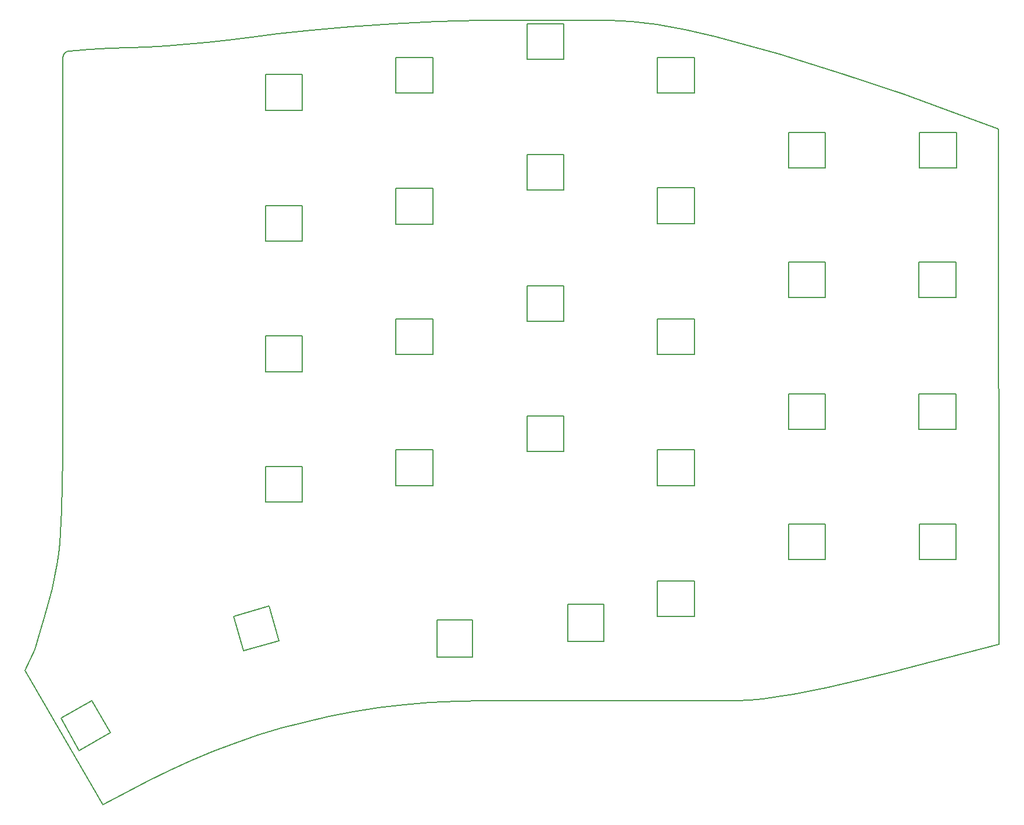
<source format=gm1>
G04 #@! TF.GenerationSoftware,KiCad,Pcbnew,(6.0.10)*
G04 #@! TF.CreationDate,2023-01-19T22:05:10+01:00*
G04 #@! TF.ProjectId,SofleKeyboard,536f666c-654b-4657-9962-6f6172642e6b,rev?*
G04 #@! TF.SameCoordinates,Original*
G04 #@! TF.FileFunction,Profile,NP*
%FSLAX46Y46*%
G04 Gerber Fmt 4.6, Leading zero omitted, Abs format (unit mm)*
G04 Created by KiCad (PCBNEW (6.0.10)) date 2023-01-19 22:05:10*
%MOMM*%
%LPD*%
G01*
G04 APERTURE LIST*
G04 #@! TA.AperFunction,Profile*
%ADD10C,0.200000*%
G04 #@! TD*
G04 #@! TA.AperFunction,Profile*
%ADD11C,0.150000*%
G04 #@! TD*
G04 APERTURE END LIST*
D10*
X171160668Y-33746143D02*
X174856854Y-34220078D01*
X178957844Y-34981704D01*
X183365860Y-35983537D01*
X192711865Y-38517893D01*
X202112654Y-41443278D01*
X210786012Y-44379827D01*
X217949725Y-46947673D01*
X224619352Y-49457789D01*
X224667646Y-124509454D01*
X214865580Y-127086909D01*
X209695730Y-128438173D01*
X204524702Y-129728270D01*
X199486021Y-130880055D01*
X194713210Y-131816385D01*
X192468234Y-132179646D01*
X190339797Y-132460115D01*
X188344590Y-132648148D01*
X186499304Y-132734102D01*
X149652090Y-132735002D01*
X145686094Y-132801444D01*
X141805244Y-132998648D01*
X138006369Y-133323429D01*
X134286294Y-133772603D01*
X130641847Y-134342987D01*
X127069853Y-135031397D01*
X123567139Y-135834648D01*
X120130533Y-136749557D01*
X116756861Y-137772940D01*
X113442949Y-138901612D01*
X110185625Y-140132390D01*
X106981714Y-141462091D01*
X103828044Y-142887528D01*
X100721441Y-144405520D01*
X97658731Y-146012882D01*
X94100000Y-147900000D01*
X82800000Y-128300000D01*
X84188667Y-125255766D01*
X84995090Y-122705183D01*
X85682006Y-120398604D01*
X86259389Y-118302505D01*
X86737215Y-116383359D01*
X87125459Y-114607641D01*
X87434097Y-112941825D01*
X87673104Y-111352386D01*
X87852455Y-109805799D01*
X87982126Y-108268539D01*
X88132329Y-105087893D01*
X88275488Y-97363393D01*
X88275442Y-97363386D01*
X88315843Y-39059215D01*
X88316830Y-39011382D01*
X88319783Y-38964024D01*
X88324689Y-38917201D01*
X88331536Y-38870972D01*
X88340310Y-38825396D01*
X88350999Y-38780533D01*
X88363590Y-38736443D01*
X88378071Y-38693184D01*
X88394429Y-38650817D01*
X88412651Y-38609400D01*
X88432724Y-38568994D01*
X88454637Y-38529658D01*
X88478375Y-38491451D01*
X88503926Y-38454433D01*
X88531279Y-38418663D01*
X88560419Y-38384202D01*
X88591334Y-38351107D01*
X88624012Y-38319439D01*
X88658439Y-38289257D01*
X88694604Y-38260621D01*
X88732493Y-38233591D01*
X88772094Y-38208225D01*
X88813394Y-38184583D01*
X88856380Y-38162725D01*
X88901040Y-38142711D01*
X88947360Y-38124599D01*
X88995329Y-38108449D01*
X89044933Y-38094321D01*
X89096160Y-38082274D01*
X89148997Y-38072367D01*
X89203432Y-38064661D01*
X89259450Y-38059215D01*
X92198499Y-37851715D01*
X95045137Y-37699518D01*
X100620299Y-37454486D01*
X103428380Y-37308374D01*
X106303168Y-37111017D01*
X109284442Y-36835774D01*
X112411980Y-36456010D01*
X115818434Y-36016164D01*
X119657015Y-35565143D01*
X124546288Y-35047869D01*
X130206593Y-34530199D01*
X136358274Y-34077992D01*
X139530986Y-33897018D01*
X142721671Y-33757107D01*
X145895370Y-33666490D01*
X149017126Y-33633401D01*
X167967062Y-33607381D01*
X171160668Y-33746143D01*
D11*
X123200000Y-46700000D02*
X123200000Y-41500000D01*
X117800000Y-41500000D02*
X123200000Y-41500000D01*
X117800000Y-46700000D02*
X117800000Y-41500000D01*
X123200000Y-46700000D02*
X117800000Y-46700000D01*
X136800000Y-39000000D02*
X142200000Y-39000000D01*
X142200000Y-44200000D02*
X142200000Y-39000000D01*
X136800000Y-44200000D02*
X136800000Y-39000000D01*
X142200000Y-44200000D02*
X136800000Y-44200000D01*
X161300000Y-39270000D02*
X155900000Y-39270000D01*
X155900000Y-39270000D02*
X155900000Y-34070000D01*
X155900000Y-34070000D02*
X161300000Y-34070000D01*
X161300000Y-39270000D02*
X161300000Y-34070000D01*
X180300000Y-44200000D02*
X180300000Y-39000000D01*
X180300000Y-44200000D02*
X174900000Y-44200000D01*
X174900000Y-44200000D02*
X174900000Y-39000000D01*
X174900000Y-39000000D02*
X180300000Y-39000000D01*
X194000000Y-49900000D02*
X199400000Y-49900000D01*
X199400000Y-55100000D02*
X199400000Y-49900000D01*
X194000000Y-55100000D02*
X194000000Y-49900000D01*
X199400000Y-55100000D02*
X194000000Y-55100000D01*
X123200000Y-65800000D02*
X117800000Y-65800000D01*
X117800000Y-60600000D02*
X123200000Y-60600000D01*
X117800000Y-65800000D02*
X117800000Y-60600000D01*
X123200000Y-65800000D02*
X123200000Y-60600000D01*
X136800000Y-63300000D02*
X136800000Y-58100000D01*
X136800000Y-58100000D02*
X142200000Y-58100000D01*
X142200000Y-63300000D02*
X136800000Y-63300000D01*
X142200000Y-63300000D02*
X142200000Y-58100000D01*
X155900000Y-58360000D02*
X155900000Y-53160000D01*
X161300000Y-58360000D02*
X161300000Y-53160000D01*
X155900000Y-53160000D02*
X161300000Y-53160000D01*
X161300000Y-58360000D02*
X155900000Y-58360000D01*
X180300000Y-63200000D02*
X174900000Y-63200000D01*
X174900000Y-58000000D02*
X180300000Y-58000000D01*
X174900000Y-63200000D02*
X174900000Y-58000000D01*
X180300000Y-63200000D02*
X180300000Y-58000000D01*
X194000000Y-74000000D02*
X194000000Y-68800000D01*
X194000000Y-68800000D02*
X199400000Y-68800000D01*
X199400000Y-74000000D02*
X194000000Y-74000000D01*
X199400000Y-74000000D02*
X199400000Y-68800000D01*
X218400000Y-74000000D02*
X218400000Y-68800000D01*
X218400000Y-74000000D02*
X213000000Y-74000000D01*
X213000000Y-74000000D02*
X213000000Y-68800000D01*
X213000000Y-68800000D02*
X218400000Y-68800000D01*
X117800000Y-84800000D02*
X117800000Y-79600000D01*
X123200000Y-84800000D02*
X117800000Y-84800000D01*
X117800000Y-79600000D02*
X123200000Y-79600000D01*
X123200000Y-84800000D02*
X123200000Y-79600000D01*
X142200000Y-82300000D02*
X142200000Y-77100000D01*
X136800000Y-82300000D02*
X136800000Y-77100000D01*
X136800000Y-77100000D02*
X142200000Y-77100000D01*
X142200000Y-82300000D02*
X136800000Y-82300000D01*
X155900000Y-77460000D02*
X155900000Y-72260000D01*
X161300000Y-77460000D02*
X155900000Y-77460000D01*
X161300000Y-77460000D02*
X161300000Y-72260000D01*
X155900000Y-72260000D02*
X161300000Y-72260000D01*
X174900000Y-77100000D02*
X180300000Y-77100000D01*
X174900000Y-82300000D02*
X174900000Y-77100000D01*
X180300000Y-82300000D02*
X174900000Y-82300000D01*
X180300000Y-82300000D02*
X180300000Y-77100000D01*
X199400000Y-93200000D02*
X194000000Y-93200000D01*
X199400000Y-93200000D02*
X199400000Y-88000000D01*
X194000000Y-88000000D02*
X199400000Y-88000000D01*
X194000000Y-93200000D02*
X194000000Y-88000000D01*
X213000000Y-88000000D02*
X218400000Y-88000000D01*
X218400000Y-93200000D02*
X218400000Y-88000000D01*
X213000000Y-93200000D02*
X213000000Y-88000000D01*
X218400000Y-93200000D02*
X213000000Y-93200000D01*
X123200000Y-103800000D02*
X123200000Y-98600000D01*
X117800000Y-98600000D02*
X123200000Y-98600000D01*
X117800000Y-103800000D02*
X117800000Y-98600000D01*
X123200000Y-103800000D02*
X117800000Y-103800000D01*
X136800000Y-96200000D02*
X142200000Y-96200000D01*
X142200000Y-101400000D02*
X136800000Y-101400000D01*
X142200000Y-101400000D02*
X142200000Y-96200000D01*
X136800000Y-101400000D02*
X136800000Y-96200000D01*
X161300000Y-96460000D02*
X161300000Y-91260000D01*
X155900000Y-96460000D02*
X155900000Y-91260000D01*
X155900000Y-91260000D02*
X161300000Y-91260000D01*
X161300000Y-96460000D02*
X155900000Y-96460000D01*
X174900000Y-96200000D02*
X180300000Y-96200000D01*
X180300000Y-101400000D02*
X180300000Y-96200000D01*
X174900000Y-101400000D02*
X174900000Y-96200000D01*
X180300000Y-101400000D02*
X174900000Y-101400000D01*
X194000000Y-107000000D02*
X199400000Y-107000000D01*
X199400000Y-112200000D02*
X194000000Y-112200000D01*
X199400000Y-112200000D02*
X199400000Y-107000000D01*
X194000000Y-112200000D02*
X194000000Y-107000000D01*
X218450000Y-112200000D02*
X218450000Y-107000000D01*
X213050000Y-107000000D02*
X218450000Y-107000000D01*
X218450000Y-112200000D02*
X213050000Y-112200000D01*
X213050000Y-112200000D02*
X213050000Y-107000000D01*
X92502116Y-132711731D02*
X87998784Y-135311731D01*
X95202116Y-137388269D02*
X90698784Y-139988269D01*
X90698784Y-139988269D02*
X87998784Y-135311731D01*
X92502116Y-132711731D02*
X95202116Y-137388269D01*
X142800000Y-126400000D02*
X142800000Y-121000000D01*
X148000000Y-121000000D02*
X148000000Y-126400000D01*
X142800000Y-126400000D02*
X148000000Y-126400000D01*
X142800000Y-121000000D02*
X148000000Y-121000000D01*
X167100000Y-118700000D02*
X167100000Y-124100000D01*
X161900000Y-118700000D02*
X167100000Y-118700000D01*
X161900000Y-124100000D02*
X161900000Y-118700000D01*
X161900000Y-124100000D02*
X167100000Y-124100000D01*
X174900000Y-120500000D02*
X174900000Y-115300000D01*
X180300000Y-120500000D02*
X180300000Y-115300000D01*
X180300000Y-120500000D02*
X174900000Y-120500000D01*
X174900000Y-115300000D02*
X180300000Y-115300000D01*
X119785803Y-123983616D02*
X114594990Y-125472057D01*
X113161676Y-120473496D02*
X118352489Y-118985055D01*
X114594990Y-125472057D02*
X113161676Y-120473496D01*
X119785803Y-123983616D02*
X118352489Y-118985055D01*
X213100000Y-55100000D02*
X213100000Y-49900000D01*
X213100000Y-49900000D02*
X218500000Y-49900000D01*
X218500000Y-55100000D02*
X213100000Y-55100000D01*
X218500000Y-55100000D02*
X218500000Y-49900000D01*
M02*

</source>
